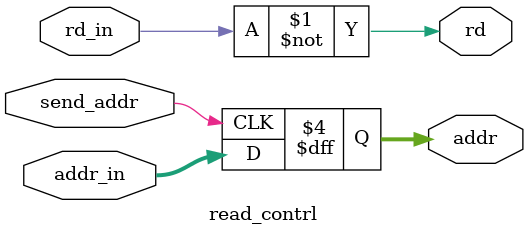
<source format=v>
`timescale 1ns / 1ps


module read_contrl(
    input [15:0] addr_in,
    input rd_in, send_addr,
    output reg [15:0] addr,
    output rd
    );
    assign rd=~rd_in;
    always @ (negedge send_addr)
    begin
        if(!send_addr)
        begin
            addr=addr_in;
        end
    end
endmodule

</source>
